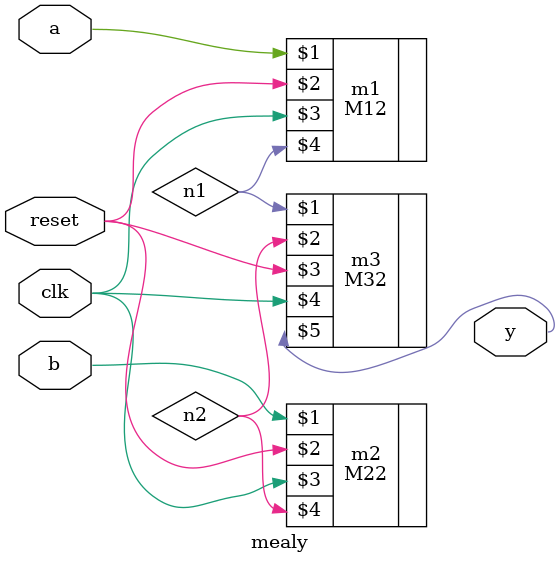
<source format=sv>
module mealy(
    input logic clk,
    input logic reset,
    input logic a,
    input logic b,
    output logic y
 ); 
 wire n1;
 wire n2;
    M12 m1(a,reset,clk,n1);
    M22 m2(b,reset,clk,n2);
    M32 m3(n1,n2,reset,clk,y);
endmodule
</source>
